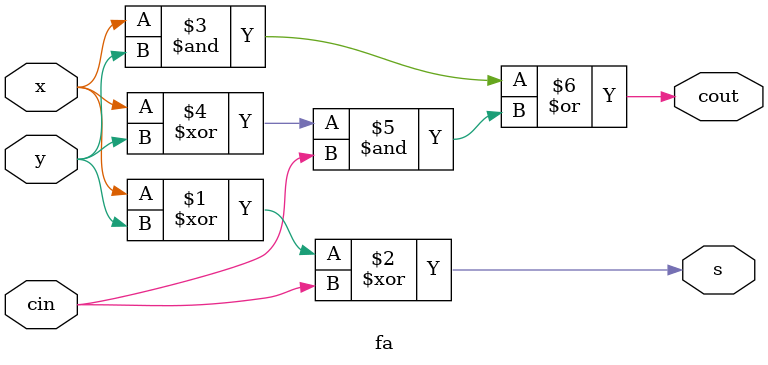
<source format=v>
`timescale 1ns / 1ps

module fa(
    input x, y, cin,
    output s, cout
    );
    
assign s = (x^y)^cin;
assign cout = (x&y)|((x^y)&cin);

endmodule
</source>
